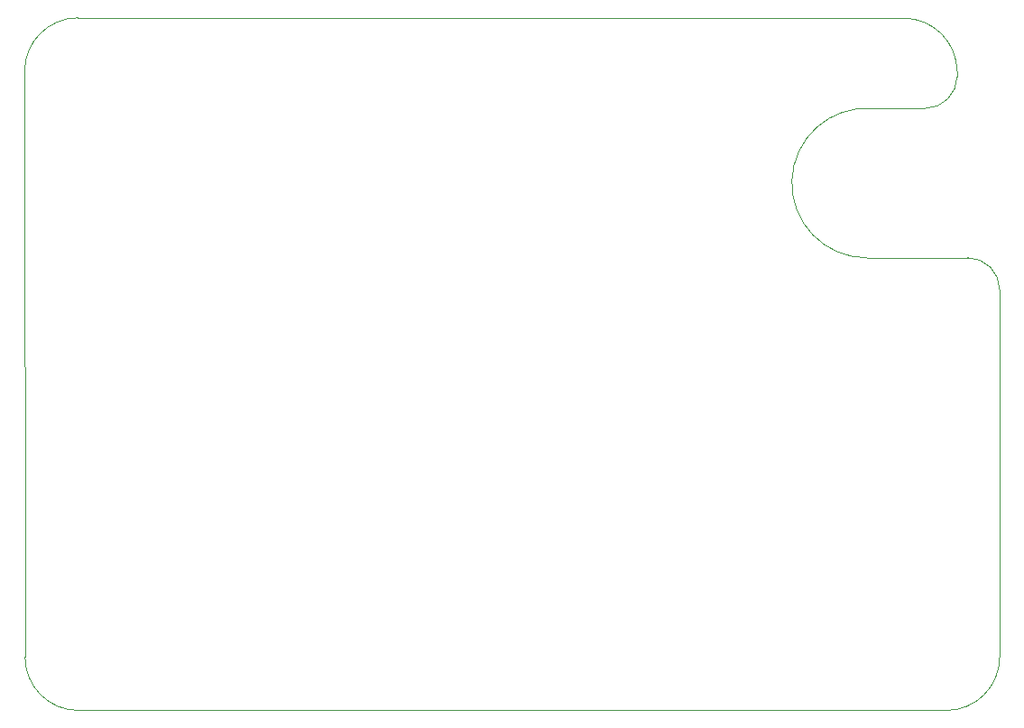
<source format=gbr>
%TF.GenerationSoftware,KiCad,Pcbnew,9.0.0*%
%TF.CreationDate,2025-03-26T16:29:40-04:00*%
%TF.ProjectId,spotmicro22mm,73706f74-6d69-4637-926f-32326d6d2e6b,rev?*%
%TF.SameCoordinates,Original*%
%TF.FileFunction,Profile,NP*%
%FSLAX46Y46*%
G04 Gerber Fmt 4.6, Leading zero omitted, Abs format (unit mm)*
G04 Created by KiCad (PCBNEW 9.0.0) date 2025-03-26 16:29:40*
%MOMM*%
%LPD*%
G01*
G04 APERTURE LIST*
%TA.AperFunction,Profile*%
%ADD10C,0.050000*%
%TD*%
G04 APERTURE END LIST*
D10*
X83035534Y-121500000D02*
G75*
G02*
X78035500Y-116500000I-34J5000000D01*
G01*
X157013374Y-79017993D02*
X166500000Y-79017831D01*
X165499995Y-61535534D02*
X165500000Y-62000000D01*
X157013374Y-79017993D02*
G75*
G02*
X157513374Y-65000162I-4J7017833D01*
G01*
X83035534Y-121500000D02*
X164500000Y-121500000D01*
X157513374Y-65000162D02*
X162500000Y-65000000D01*
X169500000Y-82017831D02*
X169500000Y-116500000D01*
X165500000Y-62000000D02*
G75*
G02*
X162500000Y-65000000I-3000000J0D01*
G01*
X78000000Y-61500000D02*
X78035534Y-116500000D01*
X78000000Y-61500000D02*
G75*
G02*
X83000000Y-56500000I5000000J0D01*
G01*
X160499995Y-56535534D02*
X83000000Y-56500000D01*
X160499995Y-56535534D02*
G75*
G02*
X165499966Y-61535534I5J-4999966D01*
G01*
X166500000Y-79017831D02*
G75*
G02*
X169499969Y-82017831I0J-2999969D01*
G01*
X169500000Y-116500000D02*
G75*
G02*
X164500000Y-121500000I-5000000J0D01*
G01*
M02*

</source>
